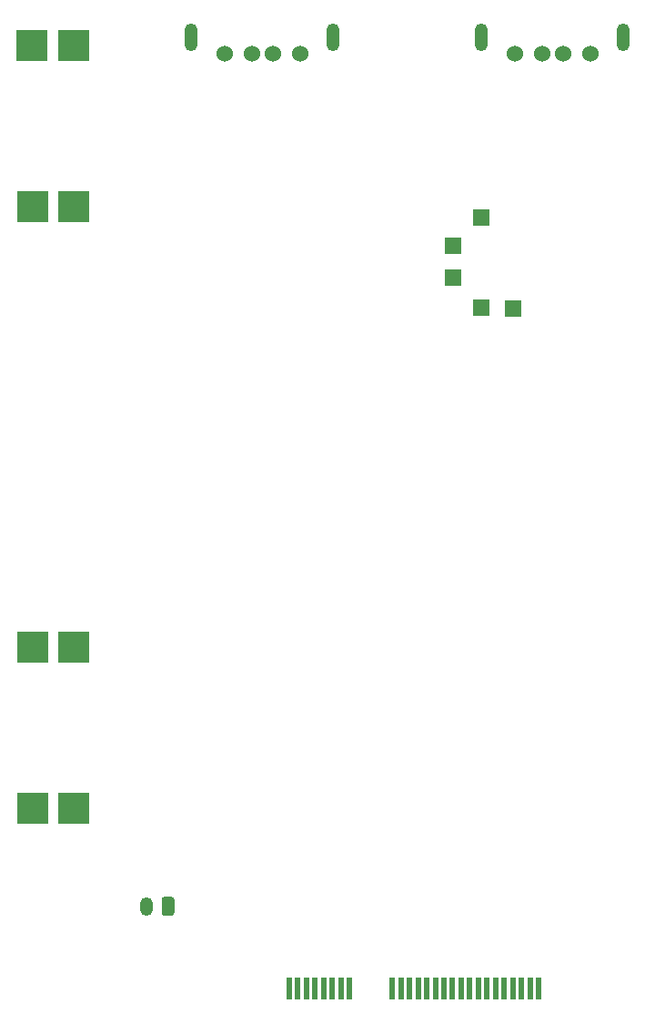
<source format=gbs>
G04 #@! TF.GenerationSoftware,KiCad,Pcbnew,(5.1.10-1-10_14)*
G04 #@! TF.CreationDate,2021-12-01T22:20:01+01:00*
G04 #@! TF.ProjectId,DCEXT,44434558-542e-46b6-9963-61645f706362,rev?*
G04 #@! TF.SameCoordinates,Original*
G04 #@! TF.FileFunction,Soldermask,Bot*
G04 #@! TF.FilePolarity,Negative*
%FSLAX46Y46*%
G04 Gerber Fmt 4.6, Leading zero omitted, Abs format (unit mm)*
G04 Created by KiCad (PCBNEW (5.1.10-1-10_14)) date 2021-12-01 22:20:01*
%MOMM*%
%LPD*%
G01*
G04 APERTURE LIST*
%ADD10O,1.200000X2.600000*%
%ADD11C,1.524000*%
%ADD12R,1.500000X1.500000*%
%ADD13R,3.000000X3.000000*%
%ADD14O,1.200000X1.750000*%
%ADD15R,0.600000X2.000000*%
G04 APERTURE END LIST*
D10*
X117597000Y-52615000D03*
X104399000Y-52615000D03*
D11*
X114498000Y-54065000D03*
X111999000Y-54065000D03*
X109997000Y-54065000D03*
X107498000Y-54065000D03*
D10*
X90589000Y-52615000D03*
X77391000Y-52615000D03*
D11*
X87490000Y-54065000D03*
X84991000Y-54065000D03*
X82989000Y-54065000D03*
X80490000Y-54065000D03*
D12*
X104400000Y-77760000D03*
X104320000Y-69310000D03*
X101770000Y-74900000D03*
X101760000Y-71990000D03*
X107300000Y-77780000D03*
D13*
X66400000Y-53300000D03*
X62500000Y-53300000D03*
X62600000Y-68300000D03*
X66400000Y-68300000D03*
X62600000Y-124300000D03*
X62600000Y-109300000D03*
X66400000Y-109300000D03*
X66400000Y-124300000D03*
D14*
X73200000Y-133400000D03*
G36*
G01*
X75800000Y-132774999D02*
X75800000Y-134025001D01*
G75*
G02*
X75550001Y-134275000I-249999J0D01*
G01*
X74849999Y-134275000D01*
G75*
G02*
X74600000Y-134025001I0J249999D01*
G01*
X74600000Y-132774999D01*
G75*
G02*
X74849999Y-132525000I249999J0D01*
G01*
X75550001Y-132525000D01*
G75*
G02*
X75800000Y-132774999I0J-249999D01*
G01*
G37*
D15*
X86490000Y-141083700D03*
X87290000Y-141083700D03*
X88090000Y-141083700D03*
X88890000Y-141083700D03*
X89690000Y-141083700D03*
X90490000Y-141083700D03*
X91290000Y-141083700D03*
X92090000Y-141083700D03*
X96090000Y-141083700D03*
X96890000Y-141083700D03*
X97690000Y-141083700D03*
X98490000Y-141083700D03*
X99290000Y-141083700D03*
X100090000Y-141083700D03*
X100890000Y-141083700D03*
X101690000Y-141083700D03*
X102490000Y-141083700D03*
X103290000Y-141083700D03*
X104090000Y-141083700D03*
X104890000Y-141083700D03*
X105690000Y-141083700D03*
X106490000Y-141083700D03*
X107290000Y-141083700D03*
X108090000Y-141083700D03*
X108890000Y-141083700D03*
X109690000Y-141083700D03*
M02*

</source>
